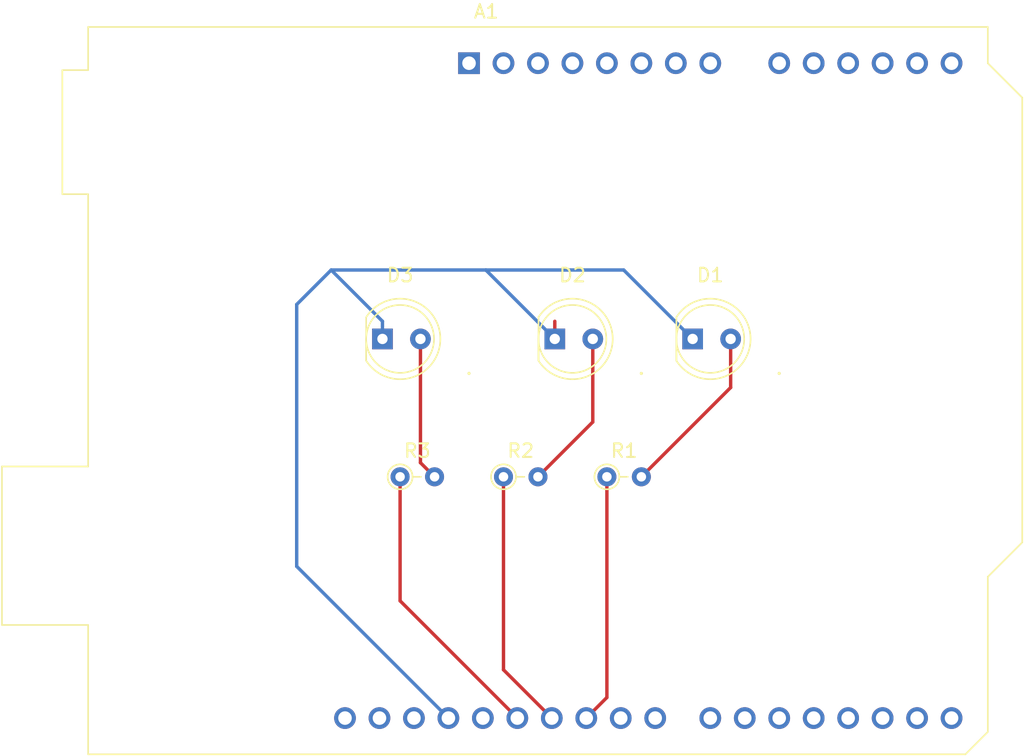
<source format=kicad_pcb>
(kicad_pcb (version 20211014) (generator pcbnew)
  (layers (0 "F.Cu" signal) (31 "B.Cu" signal) (34 "B.Paste" user) (35 "F.Paste" user) (36 "B.SilkS" user "B.Silkscreen") (37 "F.SilkS" user "F.Silkscreen") (38 "B.Mask" user) (39 "F.Mask" user) (44 "Edge.Cuts" user))
  (net 0 "")
  (net 25 "Net-(A1-Pad25)")
  (net 26 "Net-(A1-Pad26)")
  (net 27 "Net-(A1-Pad27)")
  (net 29 "GND")
  (net 33 "Net-(D1-Pad2)")
  (net 34 "Net-(D2-Pad2)")
  (net 35 "Net-(D3-Pad2)")
  (footprint "Resistor_THT:R_Axial_DIN0204_L3.6mm_D1.6mm_P2.54mm_Vertical" (layer "F.Cu") (at 142.24 106.68)
    (fp_text reference "R2" (at 1.27 -1.92) (layer "F.SilkS"))
    (fp_text value "220")
    (fp_line (start 0.92 0) (end 1.54 0) (layer "F.SilkS") (width 0.12))
    (fp_circle (center 0 0) (end 0.92 0) (layer "F.SilkS") (width 0.12) (fill none))
    (pad "1" thru_hole circle (at 0 0) (size 1.4 1.4) (drill 0.7) (layers *.Cu *.Mask) (net 26 "Net-(A1-Pad26)"))
    (pad "2" thru_hole oval (at 2.54 0) (size 1.4 1.4) (drill 0.7) (layers *.Cu *.Mask) (net 34 "Net-(D2-Pad2)"))
  )
  (footprint "Hyuk_Library:My_LED" (layer "F.Cu") (at 134.62 96.52)
    (fp_text reference "D3" (at 0 -4.7 unlocked) (layer "F.SilkS"))
    (fp_text value "my_LED")
    (fp_line (start -2.5 0) (end -2.5 -1.6) (layer "F.SilkS") (width 0.12))
    (fp_line (start -2.5 0) (end -2.5 1.6) (layer "F.SilkS") (width 0.12))
    (fp_line (start -2.5 1.6) (end -2.5 0) (layer "F.SilkS") (width 0.12))
    (fp_arc (start -2.5 -1.6) (mid 2.968164 0) (end -2.5 1.6) (layer "F.SilkS") (width 0.12))
    (fp_circle (center 5.08 2.54) (end 5.08 2.54) (layer "F.SilkS") (width 0.12) (fill none))
    (fp_circle (center 0 0) (end 0 -2.5) (layer "F.SilkS") (width 0.12) (fill none))
    (pad "1" thru_hole rect (at -1.3 0) (size 1.524 1.524) (drill 0.762) (layers *.Cu *.Mask) (net 29 "GND"))
    (pad "2" thru_hole circle (at 1.5 0) (size 1.524 1.524) (drill 0.762) (layers *.Cu *.Mask) (net 35 "Net-(D3-Pad2)"))
  )
  (footprint "Module:Arduino_UNO_R3" (layer "F.Cu") (at 139.7 76.2)
    (fp_text reference "A1" (at 1.27 -3.81 180) (layer "F.SilkS"))
    (fp_text value "Arduino_UNO_R3")
    (fp_line (start -34.42 29.72) (end -34.42 41.4) (layer "F.SilkS") (width 0.12))
    (fp_line (start -28.07 50.93) (end 36.58 50.93) (layer "F.SilkS") (width 0.12))
    (fp_line (start -28.07 9.65) (end -28.07 29.72) (layer "F.SilkS") (width 0.12))
    (fp_line (start 38.23 49.28) (end 38.23 37.85) (layer "F.SilkS") (width 0.12))
    (fp_line (start -29.97 9.65) (end -28.07 9.65) (layer "F.SilkS") (width 0.12))
    (fp_line (start -28.07 29.72) (end -34.42 29.72) (layer "F.SilkS") (width 0.12))
    (fp_line (start 38.23 37.85) (end 40.77 35.31) (layer "F.SilkS") (width 0.12))
    (fp_line (start 40.77 2.54) (end 38.23 0) (layer "F.SilkS") (width 0.12))
    (fp_line (start -29.97 0.51) (end -29.97 9.65) (layer "F.SilkS") (width 0.12))
    (fp_line (start -28.07 41.4) (end -28.07 50.93) (layer "F.SilkS") (width 0.12))
    (fp_line (start 40.77 35.31) (end 40.77 2.54) (layer "F.SilkS") (width 0.12))
    (fp_line (start 36.58 50.93) (end 38.23 49.28) (layer "F.SilkS") (width 0.12))
    (fp_line (start -28.07 0.51) (end -29.97 0.51) (layer "F.SilkS") (width 0.12))
    (fp_line (start 38.23 -2.67) (end -28.07 -2.67) (layer "F.SilkS") (width 0.12))
    (fp_line (start -34.42 41.4) (end -28.07 41.4) (layer "F.SilkS") (width 0.12))
    (fp_line (start 38.23 0) (end 38.23 -2.67) (layer "F.SilkS") (width 0.12))
    (fp_line (start -28.07 -2.67) (end -28.07 0.51) (layer "F.SilkS") (width 0.12))
    (pad "1" thru_hole rect (at 0 0 90) (size 1.6 1.6) (drill 1) (layers *.Cu *.Mask))
    (pad "2" thru_hole oval (at 2.54 0 90) (size 1.6 1.6) (drill 1) (layers *.Cu *.Mask))
    (pad "3" thru_hole oval (at 5.08 0 90) (size 1.6 1.6) (drill 1) (layers *.Cu *.Mask))
    (pad "4" thru_hole oval (at 7.62 0 90) (size 1.6 1.6) (drill 1) (layers *.Cu *.Mask))
    (pad "5" thru_hole oval (at 10.16 0 90) (size 1.6 1.6) (drill 1) (layers *.Cu *.Mask))
    (pad "6" thru_hole oval (at 12.7 0 90) (size 1.6 1.6) (drill 1) (layers *.Cu *.Mask))
    (pad "7" thru_hole oval (at 15.24 0 90) (size 1.6 1.6) (drill 1) (layers *.Cu *.Mask))
    (pad "8" thru_hole oval (at 17.78 0 90) (size 1.6 1.6) (drill 1) (layers *.Cu *.Mask))
    (pad "9" thru_hole oval (at 22.86 0 90) (size 1.6 1.6) (drill 1) (layers *.Cu *.Mask))
    (pad "10" thru_hole oval (at 25.4 0 90) (size 1.6 1.6) (drill 1) (layers *.Cu *.Mask))
    (pad "11" thru_hole oval (at 27.94 0 90) (size 1.6 1.6) (drill 1) (layers *.Cu *.Mask))
    (pad "12" thru_hole oval (at 30.48 0 90) (size 1.6 1.6) (drill 1) (layers *.Cu *.Mask))
    (pad "13" thru_hole oval (at 33.02 0 90) (size 1.6 1.6) (drill 1) (layers *.Cu *.Mask))
    (pad "14" thru_hole oval (at 35.56 0 90) (size 1.6 1.6) (drill 1) (layers *.Cu *.Mask))
    (pad "15" thru_hole oval (at 35.56 48.26 90) (size 1.6 1.6) (drill 1) (layers *.Cu *.Mask))
    (pad "16" thru_hole oval (at 33.02 48.26 90) (size 1.6 1.6) (drill 1) (layers *.Cu *.Mask))
    (pad "17" thru_hole oval (at 30.48 48.26 90) (size 1.6 1.6) (drill 1) (layers *.Cu *.Mask))
    (pad "18" thru_hole oval (at 27.94 48.26 90) (size 1.6 1.6) (drill 1) (layers *.Cu *.Mask))
    (pad "19" thru_hole oval (at 25.4 48.26 90) (size 1.6 1.6) (drill 1) (layers *.Cu *.Mask))
    (pad "20" thru_hole oval (at 22.86 48.26 90) (size 1.6 1.6) (drill 1) (layers *.Cu *.Mask))
    (pad "21" thru_hole oval (at 20.32 48.26 90) (size 1.6 1.6) (drill 1) (layers *.Cu *.Mask))
    (pad "22" thru_hole oval (at 17.78 48.26 90) (size 1.6 1.6) (drill 1) (layers *.Cu *.Mask))
    (pad "23" thru_hole oval (at 13.72 48.26 90) (size 1.6 1.6) (drill 1) (layers *.Cu *.Mask))
    (pad "24" thru_hole oval (at 11.18 48.26 90) (size 1.6 1.6) (drill 1) (layers *.Cu *.Mask))
    (pad "25" thru_hole oval (at 8.64 48.26 90) (size 1.6 1.6) (drill 1) (layers *.Cu *.Mask) (net 25 "Net-(A1-Pad25)"))
    (pad "26" thru_hole oval (at 6.1 48.26 90) (size 1.6 1.6) (drill 1) (layers *.Cu *.Mask) (net 26 "Net-(A1-Pad26)"))
    (pad "27" thru_hole oval (at 3.56 48.26 90) (size 1.6 1.6) (drill 1) (layers *.Cu *.Mask) (net 27 "Net-(A1-Pad27)"))
    (pad "28" thru_hole oval (at 1.02 48.26 90) (size 1.6 1.6) (drill 1) (layers *.Cu *.Mask))
    (pad "29" thru_hole oval (at -1.52 48.26 90) (size 1.6 1.6) (drill 1) (layers *.Cu *.Mask) (net 29 "GND"))
    (pad "30" thru_hole oval (at -4.06 48.26 90) (size 1.6 1.6) (drill 1) (layers *.Cu *.Mask))
    (pad "31" thru_hole oval (at -6.6 48.26 90) (size 1.6 1.6) (drill 1) (layers *.Cu *.Mask))
    (pad "32" thru_hole oval (at -9.14 48.26 90) (size 1.6 1.6) (drill 1) (layers *.Cu *.Mask))
  )
  (footprint "Resistor_THT:R_Axial_DIN0204_L3.6mm_D1.6mm_P2.54mm_Vertical" (layer "F.Cu") (at 149.86 106.68)
    (fp_text reference "R1" (at 1.27 -1.92) (layer "F.SilkS"))
    (fp_text value "220")
    (fp_line (start 0.92 0) (end 1.54 0) (layer "F.SilkS") (width 0.12))
    (fp_circle (center 0 0) (end 0.92 0) (layer "F.SilkS") (width 0.12) (fill none))
    (pad "1" thru_hole circle (at 0 0) (size 1.4 1.4) (drill 0.7) (layers *.Cu *.Mask) (net 25 "Net-(A1-Pad25)"))
    (pad "2" thru_hole oval (at 2.54 0) (size 1.4 1.4) (drill 0.7) (layers *.Cu *.Mask) (net 33 "Net-(D1-Pad2)"))
  )
  (footprint "Hyuk_Library:My_LED" (layer "F.Cu") (at 147.32 96.52)
    (fp_text reference "D2" (at 0 -4.7 unlocked) (layer "F.SilkS"))
    (fp_text value "my_LED")
    (fp_line (start -2.5 0) (end -2.5 -1.6) (layer "F.SilkS") (width 0.12))
    (fp_line (start -2.5 0) (end -2.5 1.6) (layer "F.SilkS") (width 0.12))
    (fp_line (start -2.5 1.6) (end -2.5 0) (layer "F.SilkS") (width 0.12))
    (fp_arc (start -2.5 -1.6) (mid 2.968164 0) (end -2.5 1.6) (layer "F.SilkS") (width 0.12))
    (fp_circle (center 5.08 2.54) (end 5.08 2.54) (layer "F.SilkS") (width 0.12) (fill none))
    (fp_circle (center 0 0) (end 0 -2.5) (layer "F.SilkS") (width 0.12) (fill none))
    (pad "1" thru_hole rect (at -1.3 0) (size 1.524 1.524) (drill 0.762) (layers *.Cu *.Mask) (net 29 "GND"))
    (pad "2" thru_hole circle (at 1.5 0) (size 1.524 1.524) (drill 0.762) (layers *.Cu *.Mask) (net 34 "Net-(D2-Pad2)"))
  )
  (footprint "Hyuk_Library:My_LED" (layer "F.Cu") (at 157.48 96.52)
    (fp_text reference "D1" (at 0 -4.7 unlocked) (layer "F.SilkS"))
    (fp_text value "my_LED")
    (fp_line (start -2.5 1.6) (end -2.5 0) (layer "F.SilkS") (width 0.12))
    (fp_line (start -2.5 0) (end -2.5 1.6) (layer "F.SilkS") (width 0.12))
    (fp_line (start -2.5 0) (end -2.5 -1.6) (layer "F.SilkS") (width 0.12))
    (fp_arc (start -2.5 -1.6) (mid 2.968164 0) (end -2.5 1.6) (layer "F.SilkS") (width 0.12))
    (fp_circle (center 5.08 2.54) (end 5.08 2.54) (layer "F.SilkS") (width 0.12) (fill none))
    (fp_circle (center 0 0) (end 0 -2.5) (layer "F.SilkS") (width 0.12) (fill none))
    (pad "1" thru_hole rect (at -1.3 0) (size 1.524 1.524) (drill 0.762) (layers *.Cu *.Mask) (net 29 "GND"))
    (pad "2" thru_hole circle (at 1.5 0) (size 1.524 1.524) (drill 0.762) (layers *.Cu *.Mask) (net 33 "Net-(D1-Pad2)"))
  )
  (footprint "Resistor_THT:R_Axial_DIN0204_L3.6mm_D1.6mm_P2.54mm_Vertical" (layer "F.Cu") (at 134.62 106.68)
    (fp_text reference "R3" (at 1.27 -1.92) (layer "F.SilkS"))
    (fp_text value "220")
    (fp_line (start 0.92 0) (end 1.54 0) (layer "F.SilkS") (width 0.12))
    (fp_circle (center 0 0) (end 0.92 0) (layer "F.SilkS") (width 0.12) (fill none))
    (pad "1" thru_hole circle (at 0 0) (size 1.4 1.4) (drill 0.7) (layers *.Cu *.Mask) (net 27 "Net-(A1-Pad27)"))
    (pad "2" thru_hole oval (at 2.54 0) (size 1.4 1.4) (drill 0.7) (layers *.Cu *.Mask) (net 35 "Net-(D3-Pad2)"))
  )
  (segment (start 149.86 106.68) (end 149.86 122.94) (width 0.25) (layer "F.Cu") (net 25))
  (segment (start 149.86 122.94) (end 148.34 124.46) (width 0.25) (layer "F.Cu") (net 25))
  (segment (start 142.24 106.68) (end 142.24 120.9) (width 0.25) (layer "F.Cu") (net 26))
  (segment (start 142.24 120.9) (end 145.8 124.46) (width 0.25) (layer "F.Cu") (net 26))
  (segment (start 134.62 106.68) (end 134.62 115.82) (width 0.25) (layer "F.Cu") (net 27))
  (segment (start 134.62 115.82) (end 143.26 124.46) (width 0.25) (layer "F.Cu") (net 27))
  (segment (start 146.02 95.22) (end 146.02 96.52) (width 0.25) (layer "F.Cu") (net 29))
  (segment (start 133.32 96.52) (end 133.32 95.22) (width 0.25) (layer "B.Cu") (net 29))
  (segment (start 133.32 95.22) (end 129.54 91.44) (width 0.25) (layer "B.Cu") (net 29))
  (segment (start 127 93.98) (end 127 113.28) (width 0.25) (layer "B.Cu") (net 29))
  (segment (start 151.1 91.44) (end 156.18 96.52) (width 0.25) (layer "B.Cu") (net 29))
  (segment (start 127 113.28) (end 138.18 124.46) (width 0.25) (layer "B.Cu") (net 29))
  (segment (start 129.54 91.44) (end 127 93.98) (width 0.25) (layer "B.Cu") (net 29))
  (segment (start 140.94 91.44) (end 129.54 91.44) (width 0.25) (layer "B.Cu") (net 29))
  (segment (start 140.94 91.44) (end 146.02 96.52) (width 0.25) (layer "B.Cu") (net 29))
  (segment (start 140.94 91.44) (end 151.1 91.44) (width 0.25) (layer "B.Cu") (net 29))
  (segment (start 158.98 96.52) (end 158.98 100.1) (width 0.25) (layer "F.Cu") (net 33))
  (segment (start 158.98 100.1) (end 152.4 106.68) (width 0.25) (layer "F.Cu") (net 33))
  (segment (start 148.82 102.64) (end 144.78 106.68) (width 0.25) (layer "F.Cu") (net 34))
  (segment (start 148.82 96.52) (end 148.82 102.64) (width 0.25) (layer "F.Cu") (net 34))
  (segment (start 136.12 96.52) (end 136.12 105.64) (width 0.25) (layer "F.Cu") (net 35))
  (segment (start 136.12 105.64) (end 137.16 106.68) (width 0.25) (layer "F.Cu") (net 35))
)
</source>
